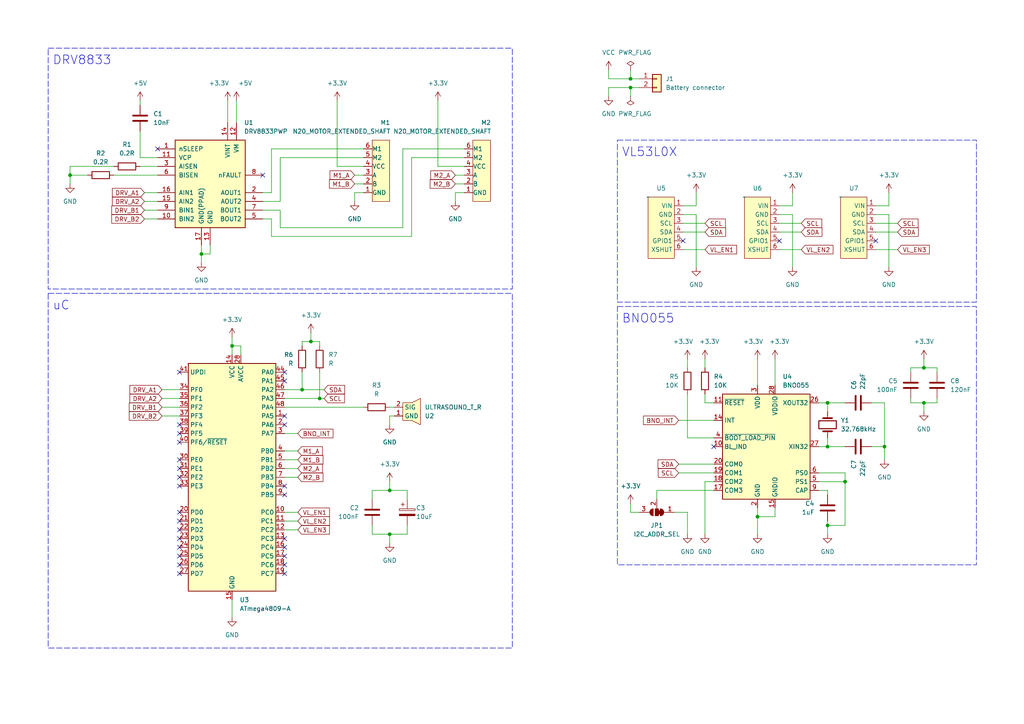
<source format=kicad_sch>
(kicad_sch (version 20230121) (generator eeschema)
  (paper "A4")
  (lib_symbols
    (symbol "Connector_Generic:Conn_01x02" (pin_names (offset 1.016) hide)
      (property "Reference" "J" (at 0 2.54 0))
      (property "Value" "Conn_01x02" (at 0 -5.08 0))
      (symbol "Conn_01x02_1_1"
        (rectangle (start -1.27 -2.413) (end 0 -2.667) (stroke (width 0.1524)))
        (rectangle (start -1.27 0.127) (end 0 -0.127) (stroke (width 0.1524)))
        (rectangle (start -1.27 1.27) (end 1.27 -3.81) (stroke (width 0.254)) (fill (type background)))
        (pin passive line (at -5.08 0 0) (length 3.81) (name "Pin_1") (number "1"))
        (pin passive line (at -5.08 -2.54 0) (length 3.81) (name "Pin_2") (number "2"))
      )
    )
    (symbol "Device:C" (pin_numbers hide) (pin_names (offset 0.254))
      (property "Reference" "C" (at 0.635 2.54 0))
      (property "Value" "C" (at 0.635 -2.54 0))
      (symbol "C_0_1"
        (polyline (pts (xy -2.032 -0.762) (xy 2.032 -0.762)) (stroke (width 0.508)))
        (polyline (pts (xy -2.032 0.762) (xy 2.032 0.762)) (stroke (width 0.508)))
      )
      (symbol "C_1_1"
        (pin passive line (at 0 3.81 270) (length 2.794) (name "~") (number "1"))
        (pin passive line (at 0 -3.81 90) (length 2.794) (name "~") (number "2"))
      )
    )
    (symbol "Device:C_Polarized" (pin_numbers hide) (pin_names (offset 0.254))
      (property "Reference" "C" (at 0.635 2.54 0))
      (property "Value" "C_Polarized" (at 0.635 -2.54 0))
      (symbol "C_Polarized_0_1"
        (rectangle (start -2.286 0.508) (end 2.286 1.016))
        (polyline (pts (xy -1.778 2.286) (xy -0.762 2.286)))
        (polyline (pts (xy -1.27 2.794) (xy -1.27 1.778)))
        (rectangle (start 2.286 -0.508) (end -2.286 -1.016) (fill (type outline)))
      )
      (symbol "C_Polarized_1_1"
        (pin passive line (at 0 3.81 270) (length 2.794) (name "~") (number "1"))
        (pin passive line (at 0 -3.81 90) (length 2.794) (name "~") (number "2"))
      )
    )
    (symbol "Device:Crystal" (pin_numbers hide) (pin_names (offset 1.016) hide)
      (property "Reference" "Y" (at 0 3.81 0))
      (property "Value" "Crystal" (at 0 -3.81 0))
      (symbol "Crystal_0_1"
        (rectangle (start -1.143 2.54) (end 1.143 -2.54) (stroke (width 0.3048)))
        (polyline (pts (xy -2.54 0) (xy -1.905 0)))
        (polyline (pts (xy -1.905 -1.27) (xy -1.905 1.27)) (stroke (width 0.508)))
        (polyline (pts (xy 1.905 -1.27) (xy 1.905 1.27)) (stroke (width 0.508)))
        (polyline (pts (xy 2.54 0) (xy 1.905 0)))
      )
      (symbol "Crystal_1_1"
        (pin passive line (at -3.81 0 0) (length 1.27) (name "1") (number "1"))
        (pin passive line (at 3.81 0 180) (length 1.27) (name "2") (number "2"))
      )
    )
    (symbol "Device:R" (pin_numbers hide) (pin_names (offset 0))
      (property "Reference" "R" (at 2.032 0 90))
      (property "Value" "R" (at 0 0 90))
      (symbol "R_0_1"
        (rectangle (start -1.016 -2.54) (end 1.016 2.54) (stroke (width 0.254)))
      )
      (symbol "R_1_1"
        (pin passive line (at 0 3.81 270) (length 1.27) (name "~") (number "1"))
        (pin passive line (at 0 -3.81 90) (length 1.27) (name "~") (number "2"))
      )
    )
    (symbol "Driver_Motor:DRV8833PWP" (pin_names (offset 1.016))
      (property "Reference" "U" (at -3.81 16.51 0))
      (property "Value" "DRV8833PWP" (at -3.81 13.97 0))
      (symbol "DRV8833PWP_0_1"
        (rectangle (start -10.16 12.7) (end 10.16 -12.7) (stroke (width 0.254)) (fill (type background)))
      )
      (symbol "DRV8833PWP_1_1"
        (pin input line (at -15.24 10.16 0) (length 5.08) (name "nSLEEP") (number "1"))
        (pin input line (at -15.24 -10.16 0) (length 5.08) (name "BIN2") (number "10"))
        (pin bidirectional line (at -15.24 7.62 0) (length 5.08) (name "VCP") (number "11"))
        (pin power_in line (at 7.62 17.78 270) (length 5.08) (name "VM") (number "12"))
        (pin power_in line (at 0 -17.78 90) (length 5.08) (name "GND") (number "13"))
        (pin power_in line (at 5.08 17.78 270) (length 5.08) (name "VINT") (number "14"))
        (pin input line (at -15.24 -5.08 0) (length 5.08) (name "AIN2") (number "15"))
        (pin input line (at -15.24 -2.54 0) (length 5.08) (name "AIN1") (number "16"))
        (pin power_in line (at -2.54 -17.78 90) (length 5.08) (name "GND(PPAD)") (number "17"))
        (pin power_out line (at 15.24 -2.54 180) (length 5.08) (name "AOUT1") (number "2"))
        (pin bidirectional line (at -15.24 5.08 0) (length 5.08) (name "AISEN") (number "3"))
        (pin power_out line (at 15.24 -5.08 180) (length 5.08) (name "AOUT2") (number "4"))
        (pin power_out line (at 15.24 -10.16 180) (length 5.08) (name "BOUT2") (number "5"))
        (pin bidirectional line (at -15.24 2.54 0) (length 5.08) (name "BISEN") (number "6"))
        (pin power_out line (at 15.24 -7.62 180) (length 5.08) (name "BOUT1") (number "7"))
        (pin open_collector line (at 15.24 2.54 180) (length 5.08) (name "nFAULT") (number "8"))
        (pin input line (at -15.24 -7.62 0) (length 5.08) (name "BIN1") (number "9"))
      )
    )
    (symbol "Jumper:SolderJumper_3_Bridged12" (pin_names (offset 0) hide)
      (property "Reference" "JP" (at -2.54 -2.54 0))
      (property "Value" "SolderJumper_3_Bridged12" (at 0 2.794 0))
      (symbol "SolderJumper_3_Bridged12_0_1"
        (rectangle (start -1.016 0.508) (end -0.508 -0.508) (fill (type outline)))
        (arc (start -1.016 1.016) (mid -2.0276 0) (end -1.016 -1.016))
        (arc (start -1.016 1.016) (mid -2.0276 0) (end -1.016 -1.016) (fill (type outline)))
        (rectangle (start -0.508 1.016) (end 0.508 -1.016) (fill (type outline)))
        (polyline (pts (xy -2.54 0) (xy -2.032 0)))
        (polyline (pts (xy -1.016 1.016) (xy -1.016 -1.016)))
        (polyline (pts (xy 0 -1.27) (xy 0 -1.016)))
        (polyline (pts (xy 1.016 1.016) (xy 1.016 -1.016)))
        (polyline (pts (xy 2.54 0) (xy 2.032 0)))
        (arc (start 1.016 -1.016) (mid 2.0276 0) (end 1.016 1.016))
        (arc (start 1.016 -1.016) (mid 2.0276 0) (end 1.016 1.016) (fill (type outline)))
      )
      (symbol "SolderJumper_3_Bridged12_1_1"
        (pin passive line (at -5.08 0 0) (length 2.54) (name "A") (number "1"))
        (pin passive line (at 0 -3.81 90) (length 2.54) (name "C") (number "2"))
        (pin passive line (at 5.08 0 180) (length 2.54) (name "B") (number "3"))
      )
    )
    (symbol "MCU_Microchip_ATmega:ATmega4809-A"
      (property "Reference" "U" (at -12.7 34.29 0))
      (property "Value" "ATmega4809-A" (at 2.54 -34.29 0))
      (symbol "ATmega4809-A_0_1"
        (rectangle (start -12.7 -33.02) (end 12.7 33.02) (stroke (width 0.254)) (fill (type background)))
      )
      (symbol "ATmega4809-A_1_1"
        (pin bidirectional line (at 15.24 17.78 180) (length 2.54) (name "PA5") (number "1"))
        (pin bidirectional line (at 15.24 -10.16 180) (length 2.54) (name "PC0") (number "10"))
        (pin bidirectional line (at 15.24 -12.7 180) (length 2.54) (name "PC1") (number "11"))
        (pin bidirectional line (at 15.24 -15.24 180) (length 2.54) (name "PC2") (number "12"))
        (pin bidirectional line (at 15.24 -17.78 180) (length 2.54) (name "PC3") (number "13"))
        (pin power_in line (at 0 35.56 270) (length 2.54) (name "VCC") (number "14"))
        (pin power_in line (at 0 -35.56 90) (length 2.54) (name "GND") (number "15"))
        (pin bidirectional line (at 15.24 -20.32 180) (length 2.54) (name "PC4") (number "16"))
        (pin bidirectional line (at 15.24 -22.86 180) (length 2.54) (name "PC5") (number "17"))
        (pin bidirectional line (at 15.24 -25.4 180) (length 2.54) (name "PC6") (number "18"))
        (pin bidirectional line (at 15.24 -27.94 180) (length 2.54) (name "PC7") (number "19"))
        (pin bidirectional line (at 15.24 15.24 180) (length 2.54) (name "PA6") (number "2"))
        (pin bidirectional line (at -15.24 -10.16 0) (length 2.54) (name "PD0") (number "20"))
        (pin bidirectional line (at -15.24 -12.7 0) (length 2.54) (name "PD1") (number "21"))
        (pin bidirectional line (at -15.24 -15.24 0) (length 2.54) (name "PD2") (number "22"))
        (pin bidirectional line (at -15.24 -17.78 0) (length 2.54) (name "PD3") (number "23"))
        (pin bidirectional line (at -15.24 -20.32 0) (length 2.54) (name "PD4") (number "24"))
        (pin bidirectional line (at -15.24 -22.86 0) (length 2.54) (name "PD5") (number "25"))
        (pin bidirectional line (at -15.24 -25.4 0) (length 2.54) (name "PD6") (number "26"))
        (pin bidirectional line (at -15.24 -27.94 0) (length 2.54) (name "PD7") (number "27"))
        (pin power_in line (at 2.54 35.56 270) (length 2.54) (name "AVCC") (number "28"))
        (pin passive line (at 0 -35.56 90) (length 2.54) hide (name "GND") (number "29"))
        (pin bidirectional line (at 15.24 12.7 180) (length 2.54) (name "PA7") (number "3"))
        (pin bidirectional line (at -15.24 5.08 0) (length 2.54) (name "PE0") (number "30"))
        (pin bidirectional line (at -15.24 2.54 0) (length 2.54) (name "PE1") (number "31"))
        (pin bidirectional line (at -15.24 0 0) (length 2.54) (name "PE2") (number "32"))
        (pin bidirectional line (at -15.24 -2.54 0) (length 2.54) (name "PE3") (number "33"))
        (pin bidirectional line (at -15.24 25.4 0) (length 2.54) (name "PF0") (number "34"))
        (pin bidirectional line (at -15.24 22.86 0) (length 2.54) (name "PF1") (number "35"))
        (pin bidirectional line (at -15.24 20.32 0) (length 2.54) (name "PF2") (number "36"))
        (pin bidirectional line (at -15.24 17.78 0) (length 2.54) (name "PF3") (number "37"))
        (pin bidirectional line (at -15.24 15.24 0) (length 2.54) (name "PF4") (number "38"))
        (pin bidirectional line (at -15.24 12.7 0) (length 2.54) (name "PF5") (number "39"))
        (pin bidirectional line (at 15.24 7.62 180) (length 2.54) (name "PB0") (number "4"))
        (pin bidirectional line (at -15.24 10.16 0) (length 2.54) (name "PF6/~{RESET}") (number "40"))
        (pin bidirectional line (at -15.24 30.48 0) (length 2.54) (name "UPDI") (number "41"))
        (pin passive line (at 0 35.56 270) (length 2.54) hide (name "VCC") (number "42"))
        (pin passive line (at 0 -35.56 90) (length 2.54) hide (name "GND") (number "43"))
        (pin bidirectional line (at 15.24 30.48 180) (length 2.54) (name "PA0") (number "44"))
        (pin bidirectional line (at 15.24 27.94 180) (length 2.54) (name "PA1") (number "45"))
        (pin bidirectional line (at 15.24 25.4 180) (length 2.54) (name "PA2") (number "46"))
        (pin bidirectional line (at 15.24 22.86 180) (length 2.54) (name "PA3") (number "47"))
        (pin bidirectional line (at 15.24 20.32 180) (length 2.54) (name "PA4") (number "48"))
        (pin bidirectional line (at 15.24 5.08 180) (length 2.54) (name "PB1") (number "5"))
        (pin bidirectional line (at 15.24 2.54 180) (length 2.54) (name "PB2") (number "6"))
        (pin bidirectional line (at 15.24 0 180) (length 2.54) (name "PB3") (number "7"))
        (pin bidirectional line (at 15.24 -2.54 180) (length 2.54) (name "PB4") (number "8"))
        (pin bidirectional line (at 15.24 -5.08 180) (length 2.54) (name "PB5") (number "9"))
      )
    )
    (symbol "Sensor_Motion:BNO055"
      (property "Reference" "U" (at -11.43 16.51 0))
      (property "Value" "BNO055" (at 12.7 16.51 0))
      (symbol "BNO055_0_1"
        (rectangle (start -12.7 15.24) (end 12.7 -15.24) (stroke (width 0.254)) (fill (type background)))
      )
      (symbol "BNO055_1_1"
        (pin no_connect line (at -12.7 10.16 0) (length 2.54) hide (name "PIN1") (number "1"))
        (pin output line (at -15.24 0 0) (length 2.54) (name "BL_IND") (number "10"))
        (pin input line (at -15.24 12.7 0) (length 2.54) (name "~{RESET}") (number "11"))
        (pin no_connect line (at 12.7 10.16 180) (length 2.54) hide (name "PIN12") (number "12"))
        (pin no_connect line (at 12.7 7.62 180) (length 2.54) hide (name "PIN13") (number "13"))
        (pin output line (at -15.24 7.62 0) (length 2.54) (name "INT") (number "14"))
        (pin power_in line (at 2.54 -17.78 90) (length 2.54) (name "GNDIO") (number "15"))
        (pin passive line (at 2.54 -17.78 90) (length 2.54) hide (name "GNDIO") (number "16"))
        (pin input line (at -15.24 -12.7 0) (length 2.54) (name "COM3") (number "17"))
        (pin passive line (at -15.24 -10.16 0) (length 2.54) (name "COM2") (number "18"))
        (pin bidirectional line (at -15.24 -7.62 0) (length 2.54) (name "COM1") (number "19"))
        (pin power_in line (at -2.54 -17.78 90) (length 2.54) (name "GND") (number "2"))
        (pin bidirectional line (at -15.24 -5.08 0) (length 2.54) (name "COM0") (number "20"))
        (pin no_connect line (at 12.7 5.08 180) (length 2.54) hide (name "PIN21") (number "21"))
        (pin no_connect line (at 12.7 2.54 180) (length 2.54) hide (name "PIN22") (number "22"))
        (pin no_connect line (at 12.7 -2.54 180) (length 2.54) hide (name "PIN23") (number "23"))
        (pin no_connect line (at 12.7 -5.08 180) (length 2.54) hide (name "PIN24") (number "24"))
        (pin passive line (at 2.54 -17.78 90) (length 2.54) hide (name "GNDIO") (number "25"))
        (pin output line (at 15.24 12.7 180) (length 2.54) (name "XOUT32") (number "26"))
        (pin input line (at 15.24 0 180) (length 2.54) (name "XIN32") (number "27"))
        (pin power_in line (at 2.54 17.78 270) (length 2.54) (name "VDDIO") (number "28"))
        (pin power_in line (at -2.54 17.78 270) (length 2.54) (name "VDD") (number "3"))
        (pin input line (at -15.24 2.54 0) (length 2.54) (name "~{BOOT_LOAD_PIN}") (number "4"))
        (pin input line (at 15.24 -10.16 180) (length 2.54) (name "PS1") (number "5"))
        (pin input line (at 15.24 -7.62 180) (length 2.54) (name "PS0") (number "6"))
        (pin no_connect line (at -12.7 5.08 0) (length 2.54) hide (name "PIN7") (number "7"))
        (pin no_connect line (at -12.7 -2.54 0) (length 2.54) hide (name "PIN8") (number "8"))
        (pin passive line (at 15.24 -12.7 180) (length 2.54) (name "CAP") (number "9"))
      )
    )
    (symbol "pololu:N20_MOTOR_EXTENDED_SHAFT" (pin_names (offset 0.002))
      (property "Reference" "M" (at 2.54 -19.05 0))
      (property "Value" "N20_MOTOR_EXTENDED_SHAFT" (at 13.97 1.27 0))
      (symbol "N20_MOTOR_EXTENDED_SHAFT_0_1"
        (rectangle (start 0 0) (end 5.08 -17.78) (fill (type background)))
      )
      (symbol "N20_MOTOR_EXTENDED_SHAFT_1_1"
        (pin power_in line (at 7.62 -15.24 180) (length 2.54) (name "GND") (number "1"))
        (pin output line (at 7.62 -12.7 180) (length 2.54) (name "B") (number "2"))
        (pin output line (at 7.62 -10.16 180) (length 2.54) (name "A") (number "3"))
        (pin power_in line (at 7.62 -7.62 180) (length 2.54) (name "VCC") (number "4"))
        (pin input line (at 7.62 -5.08 180) (length 2.54) (name "M2") (number "5"))
        (pin input line (at 7.62 -2.54 180) (length 2.54) (name "M1") (number "6"))
      )
    )
    (symbol "pololu:ULTRASOUND_T_R"
      (property "Reference" "U" (at 8.89 -3.81 0))
      (property "Value" "ULTRASOUND_T_R" (at 0 1.27 0))
      (symbol "ULTRASOUND_T_R_1_1"
        (polyline (pts (xy 2.54 -1.27) (xy 2.54 -6.35) (xy 5.08 -6.35) (xy 7.62 -7.62) (xy 7.62 0) (xy 5.08 -1.27) (xy 2.54 -1.27)) (fill (type background)))
        (pin power_in line (at 0 -2.54 0) (length 2.54) (name "GND") (number "1"))
        (pin input line (at 0 -5.08 0) (length 2.54) (name "SIG") (number "2"))
      )
    )
    (symbol "pololu:VL53L0X"
      (property "Reference" "U" (at 1.27 1.27 0))
      (symbol "VL53L0X_1_1"
        (rectangle (start 0 0) (end 7.62 -17.78) (fill (type background)))
        (pin power_in line (at 10.16 -2.54 180) (length 2.54) (name "VIN") (number "1"))
        (pin power_in line (at 10.16 -5.08 180) (length 2.54) (name "GND") (number "2"))
        (pin input line (at 10.16 -7.62 180) (length 2.54) (name "SCL") (number "3"))
        (pin bidirectional line (at 10.16 -10.16 180) (length 2.54) (name "SDA") (number "4"))
        (pin output line (at 10.16 -12.7 180) (length 2.54) (name "GPIO1") (number "5"))
        (pin input line (at 10.16 -15.24 180) (length 2.54) (name "XSHUT") (number "6"))
      )
    )
    (symbol "power:+3.3V" (power) (pin_names (offset 0))
      (property "Value" "+3.3V" (at 0 3.556 0))
      (symbol "+3.3V_0_1"
        (polyline (pts (xy -0.762 1.27) (xy 0 2.54)))
        (polyline (pts (xy 0 0) (xy 0 2.54)))
        (polyline (pts (xy 0 2.54) (xy 0.762 1.27)))
      )
      (symbol "+3.3V_1_1"
        (pin power_in line (at 0 0 90) (length 0) hide (name "+3.3V") (number "1"))
      )
    )
    (symbol "power:+5V" (power) (pin_names (offset 0))
      (property "Value" "+5V" (at 0 3.556 0))
      (symbol "+5V_0_1"
        (polyline (pts (xy -0.762 1.27) (xy 0 2.54)))
        (polyline (pts (xy 0 0) (xy 0 2.54)))
        (polyline (pts (xy 0 2.54) (xy 0.762 1.27)))
      )
      (symbol "+5V_1_1"
        (pin power_in line (at 0 0 90) (length 0) hide (name "+5V") (number "1"))
      )
    )
    (symbol "power:GND" (power) (pin_names (offset 0))
      (property "Value" "GND" (at 0 -3.81 0))
      (symbol "GND_0_1"
        (polyline (pts (xy 0 0) (xy 0 -1.27) (xy 1.27 -1.27) (xy 0 -2.54) (xy -1.27 -1.27) (xy 0 -1.27)))
      )
      (symbol "GND_1_1"
        (pin power_in line (at 0 0 270) (length 0) hide (name "GND") (number "1"))
      )
    )
    (symbol "power:PWR_FLAG" (power) (pin_numbers hide) (pin_names (offset 0) hide)
      (property "Value" "PWR_FLAG" (at 0 3.81 0))
      (symbol "PWR_FLAG_0_0"
        (pin power_out line (at 0 0 90) (length 0) (name "pwr") (number "1"))
      )
      (symbol "PWR_FLAG_0_1"
        (polyline (pts (xy 0 0) (xy 0 1.27) (xy -1.016 1.905) (xy 0 2.54) (xy 1.016 1.905) (xy 0 1.27)))
      )
    )
    (symbol "power:VCC" (power) (pin_names (offset 0))
      (property "Value" "VCC" (at 0 3.81 0))
      (symbol "VCC_0_1"
        (polyline (pts (xy -0.762 1.27) (xy 0 2.54)))
        (polyline (pts (xy 0 0) (xy 0 2.54)))
        (polyline (pts (xy 0 2.54) (xy 0.762 1.27)))
      )
      (symbol "VCC_1_1"
        (pin power_in line (at 0 0 90) (length 0) hide (name "VCC") (number "1"))
      )
    )
  )
  (junction (at 267.97 116.84))
  (junction (at 245.11 139.7))
  (junction (at 182.88 25.4))
  (junction (at 219.71 149.86))
  (junction (at 90.17 99.06))
  (junction (at 240.03 152.4))
  (junction (at 58.42 73.66))
  (junction (at 113.03 154.94))
  (junction (at 113.03 142.24))
  (junction (at 87.63 113.03))
  (junction (at 182.88 22.86))
  (junction (at 92.71 115.57))
  (junction (at 240.03 129.54))
  (junction (at 67.31 100.33))
  (junction (at 267.97 106.68))
  (junction (at 20.32 50.8))
  (junction (at 240.03 116.84))
  (junction (at 256.54 129.54))
  (no_connect (at 226.06 69.85))
  (no_connect (at 82.55 140.97))
  (no_connect (at 52.07 128.27))
  (no_connect (at 52.07 135.89))
  (no_connect (at 76.2 50.8))
  (no_connect (at 52.07 125.73))
  (no_connect (at 52.07 153.67))
  (no_connect (at 52.07 163.83))
  (no_connect (at 52.07 151.13))
  (no_connect (at 207.01 129.54))
  (no_connect (at 52.07 161.29))
  (no_connect (at 198.12 69.85))
  (no_connect (at 82.55 156.21))
  (no_connect (at 52.07 138.43))
  (no_connect (at 82.55 143.51))
  (no_connect (at 52.07 158.75))
  (no_connect (at 52.07 107.95))
  (no_connect (at 52.07 148.59))
  (no_connect (at 82.55 161.29))
  (no_connect (at 82.55 120.65))
  (no_connect (at 52.07 123.19))
  (no_connect (at 52.07 133.35))
  (no_connect (at 254 69.85))
  (no_connect (at 82.55 166.37))
  (no_connect (at 82.55 123.19))
  (no_connect (at 45.72 43.18))
  (no_connect (at 52.07 166.37))
  (no_connect (at 52.07 156.21))
  (no_connect (at 82.55 107.95))
  (no_connect (at 82.55 158.75))
  (no_connect (at 82.55 110.49))
  (no_connect (at 52.07 140.97))
  (no_connect (at 82.55 163.83))
  (wire (pts (xy 254 64.77) (xy 260.35 64.77)))
  (wire (pts (xy 82.55 153.67) (xy 86.36 153.67)))
  (wire (pts (xy 76.2 63.5) (xy 78.74 63.5)))
  (wire (pts (xy 60.96 71.12) (xy 60.96 73.66)))
  (wire (pts (xy 207.01 142.24) (xy 190.5 142.24)))
  (wire (pts (xy 245.11 137.16) (xy 245.11 139.7)))
  (wire (pts (xy 264.16 106.68) (xy 264.16 107.95)))
  (wire (pts (xy 176.53 20.32) (xy 176.53 22.86)))
  (wire (pts (xy 267.97 106.68) (xy 264.16 106.68)))
  (wire (pts (xy 198.12 67.31) (xy 204.47 67.31)))
  (wire (pts (xy 105.41 55.88) (xy 102.87 55.88)))
  (wire (pts (xy 132.08 58.42) (xy 132.08 55.88)))
  (wire (pts (xy 264.16 116.84) (xy 264.16 115.57)))
  (wire (pts (xy 92.71 115.57) (xy 93.98 115.57)))
  (wire (pts (xy 33.02 48.26) (xy 20.32 48.26)))
  (wire (pts (xy 81.28 58.42) (xy 81.28 45.72)))
  (wire (pts (xy 199.39 127) (xy 199.39 114.3)))
  (wire (pts (xy 176.53 22.86) (xy 182.88 22.86)))
  (wire (pts (xy 82.55 125.73) (xy 86.36 125.73)))
  (wire (pts (xy 118.11 152.4) (xy 118.11 154.94)))
  (wire (pts (xy 134.62 48.26) (xy 127 48.26)))
  (wire (pts (xy 219.71 149.86) (xy 219.71 154.94)))
  (wire (pts (xy 67.31 100.33) (xy 69.85 100.33)))
  (wire (pts (xy 116.84 66.04) (xy 116.84 43.18)))
  (wire (pts (xy 113.03 120.65) (xy 114.3 120.65)))
  (wire (pts (xy 92.71 107.95) (xy 92.71 115.57)))
  (wire (pts (xy 190.5 142.24) (xy 190.5 144.78)))
  (wire (pts (xy 46.99 115.57) (xy 52.07 115.57)))
  (wire (pts (xy 201.93 59.69) (xy 201.93 55.88)))
  (wire (pts (xy 224.79 104.14) (xy 224.79 111.76)))
  (wire (pts (xy 134.62 55.88) (xy 132.08 55.88)))
  (wire (pts (xy 267.97 116.84) (xy 267.97 119.38)))
  (wire (pts (xy 119.38 45.72) (xy 134.62 45.72)))
  (wire (pts (xy 66.04 29.21) (xy 66.04 35.56)))
  (wire (pts (xy 20.32 50.8) (xy 20.32 53.34)))
  (wire (pts (xy 229.87 62.23) (xy 229.87 77.47)))
  (wire (pts (xy 204.47 104.14) (xy 204.47 106.68)))
  (wire (pts (xy 207.01 127) (xy 199.39 127)))
  (wire (pts (xy 224.79 147.32) (xy 224.79 149.86)))
  (wire (pts (xy 237.49 139.7) (xy 245.11 139.7)))
  (wire (pts (xy 252.73 116.84) (xy 256.54 116.84)))
  (wire (pts (xy 107.95 142.24) (xy 113.03 142.24)))
  (wire (pts (xy 132.08 53.34) (xy 134.62 53.34)))
  (wire (pts (xy 196.85 121.92) (xy 207.01 121.92)))
  (wire (pts (xy 267.97 106.68) (xy 271.78 106.68)))
  (wire (pts (xy 81.28 45.72) (xy 105.41 45.72)))
  (wire (pts (xy 87.63 113.03) (xy 93.98 113.03)))
  (wire (pts (xy 182.88 22.86) (xy 185.42 22.86)))
  (wire (pts (xy 198.12 59.69) (xy 201.93 59.69)))
  (wire (pts (xy 196.85 134.62) (xy 207.01 134.62)))
  (wire (pts (xy 67.31 173.99) (xy 67.31 179.07)))
  (wire (pts (xy 67.31 97.79) (xy 67.31 100.33)))
  (wire (pts (xy 198.12 64.77) (xy 204.47 64.77)))
  (wire (pts (xy 41.91 60.96) (xy 45.72 60.96)))
  (wire (pts (xy 58.42 73.66) (xy 60.96 73.66)))
  (wire (pts (xy 97.79 29.21) (xy 97.79 48.26)))
  (wire (pts (xy 87.63 99.06) (xy 87.63 100.33)))
  (wire (pts (xy 118.11 142.24) (xy 113.03 142.24)))
  (wire (pts (xy 226.06 72.39) (xy 232.41 72.39)))
  (wire (pts (xy 87.63 107.95) (xy 87.63 113.03)))
  (wire (pts (xy 78.74 63.5) (xy 78.74 68.58)))
  (wire (pts (xy 219.71 104.14) (xy 219.71 111.76)))
  (wire (pts (xy 118.11 144.78) (xy 118.11 142.24)))
  (wire (pts (xy 199.39 148.59) (xy 199.39 154.94)))
  (wire (pts (xy 182.88 25.4) (xy 185.42 25.4)))
  (wire (pts (xy 81.28 58.42) (xy 76.2 58.42)))
  (wire (pts (xy 182.88 25.4) (xy 182.88 27.94)))
  (wire (pts (xy 58.42 73.66) (xy 58.42 76.2)))
  (wire (pts (xy 240.03 152.4) (xy 240.03 154.94)))
  (wire (pts (xy 256.54 129.54) (xy 252.73 129.54)))
  (wire (pts (xy 33.02 50.8) (xy 45.72 50.8)))
  (wire (pts (xy 207.01 139.7) (xy 204.47 139.7)))
  (wire (pts (xy 204.47 139.7) (xy 204.47 154.94)))
  (wire (pts (xy 267.97 116.84) (xy 264.16 116.84)))
  (wire (pts (xy 102.87 58.42) (xy 102.87 55.88)))
  (wire (pts (xy 271.78 107.95) (xy 271.78 106.68)))
  (wire (pts (xy 113.03 123.19) (xy 113.03 120.65)))
  (wire (pts (xy 82.55 138.43) (xy 86.36 138.43)))
  (wire (pts (xy 82.55 133.35) (xy 86.36 133.35)))
  (wire (pts (xy 92.71 100.33) (xy 92.71 99.06)))
  (wire (pts (xy 113.03 154.94) (xy 113.03 157.48)))
  (wire (pts (xy 78.74 68.58) (xy 119.38 68.58)))
  (wire (pts (xy 176.53 25.4) (xy 176.53 27.94)))
  (wire (pts (xy 107.95 152.4) (xy 107.95 154.94)))
  (wire (pts (xy 257.81 62.23) (xy 257.81 77.47)))
  (wire (pts (xy 240.03 116.84) (xy 240.03 119.38)))
  (wire (pts (xy 254 72.39) (xy 260.35 72.39)))
  (wire (pts (xy 245.11 152.4) (xy 240.03 152.4)))
  (wire (pts (xy 41.91 55.88) (xy 45.72 55.88)))
  (wire (pts (xy 40.64 45.72) (xy 45.72 45.72)))
  (wire (pts (xy 199.39 104.14) (xy 199.39 106.68)))
  (wire (pts (xy 226.06 62.23) (xy 229.87 62.23)))
  (wire (pts (xy 20.32 48.26) (xy 20.32 50.8)))
  (wire (pts (xy 82.55 130.81) (xy 86.36 130.81)))
  (wire (pts (xy 81.28 60.96) (xy 81.28 66.04)))
  (wire (pts (xy 102.87 50.8) (xy 105.41 50.8)))
  (wire (pts (xy 196.85 137.16) (xy 207.01 137.16)))
  (wire (pts (xy 237.49 142.24) (xy 240.03 142.24)))
  (wire (pts (xy 240.03 116.84) (xy 245.11 116.84)))
  (wire (pts (xy 107.95 154.94) (xy 113.03 154.94)))
  (wire (pts (xy 41.91 58.42) (xy 45.72 58.42)))
  (wire (pts (xy 240.03 129.54) (xy 245.11 129.54)))
  (wire (pts (xy 240.03 151.13) (xy 240.03 152.4)))
  (wire (pts (xy 102.87 53.34) (xy 105.41 53.34)))
  (wire (pts (xy 182.88 20.32) (xy 182.88 22.86)))
  (wire (pts (xy 195.58 148.59) (xy 199.39 148.59)))
  (wire (pts (xy 68.58 29.21) (xy 68.58 35.56)))
  (wire (pts (xy 90.17 99.06) (xy 92.71 99.06)))
  (wire (pts (xy 257.81 59.69) (xy 257.81 55.88)))
  (wire (pts (xy 90.17 99.06) (xy 87.63 99.06)))
  (wire (pts (xy 182.88 148.59) (xy 182.88 146.05)))
  (wire (pts (xy 41.91 63.5) (xy 45.72 63.5)))
  (wire (pts (xy 107.95 144.78) (xy 107.95 142.24)))
  (wire (pts (xy 198.12 62.23) (xy 201.93 62.23)))
  (wire (pts (xy 237.49 129.54) (xy 240.03 129.54)))
  (wire (pts (xy 78.74 43.18) (xy 78.74 55.88)))
  (wire (pts (xy 267.97 104.14) (xy 267.97 106.68)))
  (wire (pts (xy 219.71 147.32) (xy 219.71 149.86)))
  (wire (pts (xy 182.88 148.59) (xy 185.42 148.59)))
  (wire (pts (xy 256.54 116.84) (xy 256.54 129.54)))
  (wire (pts (xy 254 62.23) (xy 257.81 62.23)))
  (wire (pts (xy 82.55 148.59) (xy 86.36 148.59)))
  (wire (pts (xy 176.53 25.4) (xy 182.88 25.4)))
  (wire (pts (xy 254 59.69) (xy 257.81 59.69)))
  (wire (pts (xy 40.64 38.1) (xy 40.64 45.72)))
  (wire (pts (xy 226.06 59.69) (xy 229.87 59.69)))
  (wire (pts (xy 76.2 60.96) (xy 81.28 60.96)))
  (wire (pts (xy 198.12 72.39) (xy 204.47 72.39)))
  (wire (pts (xy 105.41 48.26) (xy 97.79 48.26)))
  (wire (pts (xy 201.93 62.23) (xy 201.93 77.47)))
  (wire (pts (xy 67.31 100.33) (xy 67.31 102.87)))
  (wire (pts (xy 204.47 114.3) (xy 204.47 116.84)))
  (wire (pts (xy 20.32 50.8) (xy 25.4 50.8)))
  (wire (pts (xy 240.03 142.24) (xy 240.03 143.51)))
  (wire (pts (xy 267.97 116.84) (xy 271.78 116.84)))
  (wire (pts (xy 46.99 118.11) (xy 52.07 118.11)))
  (wire (pts (xy 224.79 149.86) (xy 219.71 149.86)))
  (wire (pts (xy 82.55 115.57) (xy 92.71 115.57)))
  (wire (pts (xy 237.49 137.16) (xy 245.11 137.16)))
  (wire (pts (xy 254 67.31) (xy 260.35 67.31)))
  (wire (pts (xy 81.28 66.04) (xy 116.84 66.04)))
  (wire (pts (xy 204.47 116.84) (xy 207.01 116.84)))
  (wire (pts (xy 226.06 64.77) (xy 232.41 64.77)))
  (wire (pts (xy 40.64 48.26) (xy 45.72 48.26)))
  (wire (pts (xy 40.64 29.21) (xy 40.64 30.48)))
  (wire (pts (xy 118.11 154.94) (xy 113.03 154.94)))
  (wire (pts (xy 82.55 113.03) (xy 87.63 113.03)))
  (wire (pts (xy 229.87 59.69) (xy 229.87 55.88)))
  (wire (pts (xy 132.08 50.8) (xy 134.62 50.8)))
  (wire (pts (xy 90.17 96.52) (xy 90.17 99.06)))
  (wire (pts (xy 256.54 129.54) (xy 256.54 133.35)))
  (wire (pts (xy 116.84 43.18) (xy 134.62 43.18)))
  (wire (pts (xy 46.99 120.65) (xy 52.07 120.65)))
  (wire (pts (xy 46.99 113.03) (xy 52.07 113.03)))
  (wire (pts (xy 78.74 55.88) (xy 76.2 55.88)))
  (wire (pts (xy 58.42 71.12) (xy 58.42 73.66)))
  (wire (pts (xy 237.49 116.84) (xy 240.03 116.84)))
  (wire (pts (xy 245.11 139.7) (xy 245.11 152.4)))
  (wire (pts (xy 78.74 43.18) (xy 105.41 43.18)))
  (wire (pts (xy 113.03 118.11) (xy 114.3 118.11)))
  (wire (pts (xy 69.85 102.87) (xy 69.85 100.33)))
  (wire (pts (xy 226.06 67.31) (xy 232.41 67.31)))
  (wire (pts (xy 82.55 135.89) (xy 86.36 135.89)))
  (wire (pts (xy 82.55 151.13) (xy 86.36 151.13)))
  (wire (pts (xy 271.78 115.57) (xy 271.78 116.84)))
  (wire (pts (xy 119.38 68.58) (xy 119.38 45.72)))
  (wire (pts (xy 240.03 129.54) (xy 240.03 127)))
  (wire (pts (xy 127 29.21) (xy 127 48.26)))
  (wire (pts (xy 113.03 142.24) (xy 113.03 139.7)))
  (wire (pts (xy 82.55 118.11) (xy 105.41 118.11)))
  (rectangle (start 13.97 85.09) (end 148.59 187.96) (stroke (width 0) (type dash)))
  (rectangle (start 179.07 88.9) (end 283.21 163.83) (stroke (width 0) (type dash)))
  (rectangle (start 13.97 13.97) (end 148.59 83.82) (stroke (width 0) (type dash)))
  (rectangle (start 179.07 40.64) (end 283.21 87.63) (stroke (width 0) (type dash)))
  (text "DRV8833" (at 15.24 19.05 0) (effects (font (size 2.54 2.54)) (justify left bottom)))
  (text "VL53L0X" (at 180.34 45.72 0) (effects (font (size 2.54 2.54)) (justify left bottom)))
  (text "BNO055" (at 180.34 93.98 0) (effects (font (size 2.54 2.54)) (justify left bottom)))
  (text "uC" (at 15.24 90.17 0) (effects (font (size 2.54 2.54)) (justify left bottom)))
  (global_label "DRV_A2" (shape input) (at 46.99 115.57 180) (property "Intersheetrefs" "${INTERSHEET_REFS}" (effects hide)))
  (global_label "DRV_B1" (shape input) (at 41.91 60.96 180) (property "Intersheetrefs" "${INTERSHEET_REFS}" (effects hide)))
  (global_label "DRV_B2" (shape input) (at 46.99 120.65 180) (property "Intersheetrefs" "${INTERSHEET_REFS}" (effects hide)))
  (global_label "VL_EN3" (shape input) (at 86.36 153.67 0) (property "Intersheetrefs" "${INTERSHEET_REFS}" (effects hide)))
  (global_label "M1_B" (shape input) (at 102.87 53.34 180) (property "Intersheetrefs" "${INTERSHEET_REFS}" (effects hide)))
  (global_label "SCL" (shape input) (at 196.85 137.16 180) (property "Intersheetrefs" "${INTERSHEET_REFS}" (effects hide)))
  (global_label "VL_EN2" (shape input) (at 86.36 151.13 0) (property "Intersheetrefs" "${INTERSHEET_REFS}" (effects hide)))
  (global_label "M2_A" (shape input) (at 86.36 135.89 0) (property "Intersheetrefs" "${INTERSHEET_REFS}" (effects hide)))
  (global_label "M2_B" (shape input) (at 86.36 138.43 0) (property "Intersheetrefs" "${INTERSHEET_REFS}" (effects hide)))
  (global_label "SCL" (shape input) (at 93.98 115.57 0) (property "Intersheetrefs" "${INTERSHEET_REFS}" (effects hide)))
  (global_label "M2_B" (shape input) (at 132.08 53.34 180) (property "Intersheetrefs" "${INTERSHEET_REFS}" (effects hide)))
  (global_label "VL_EN3" (shape input) (at 260.35 72.39 0) (property "Intersheetrefs" "${INTERSHEET_REFS}" (effects hide)))
  (global_label "VL_EN1" (shape input) (at 86.36 148.59 0) (property "Intersheetrefs" "${INTERSHEET_REFS}" (effects hide)))
  (global_label "SDA" (shape input) (at 204.47 67.31 0) (property "Intersheetrefs" "${INTERSHEET_REFS}" (effects hide)))
  (global_label "SDA" (shape input) (at 93.98 113.03 0) (property "Intersheetrefs" "${INTERSHEET_REFS}" (effects hide)))
  (global_label "M1_B" (shape input) (at 86.36 133.35 0) (property "Intersheetrefs" "${INTERSHEET_REFS}" (effects hide)))
  (global_label "SCL" (shape input) (at 260.35 64.77 0) (property "Intersheetrefs" "${INTERSHEET_REFS}" (effects hide)))
  (global_label "BNO_INT" (shape input) (at 196.85 121.92 180) (property "Intersheetrefs" "${INTERSHEET_REFS}" (effects hide)))
  (global_label "VL_EN2" (shape input) (at 232.41 72.39 0) (property "Intersheetrefs" "${INTERSHEET_REFS}" (effects hide)))
  (global_label "M1_A" (shape input) (at 102.87 50.8 180) (property "Intersheetrefs" "${INTERSHEET_REFS}" (effects hide)))
  (global_label "DRV_B1" (shape input) (at 46.99 118.11 180) (property "Intersheetrefs" "${INTERSHEET_REFS}" (effects hide)))
  (global_label "DRV_A1" (shape input) (at 41.91 55.88 180) (property "Intersheetrefs" "${INTERSHEET_REFS}" (effects hide)))
  (global_label "M2_A" (shape input) (at 132.08 50.8 180) (property "Intersheetrefs" "${INTERSHEET_REFS}" (effects hide)))
  (global_label "DRV_A2" (shape input) (at 41.91 58.42 180) (property "Intersheetrefs" "${INTERSHEET_REFS}" (effects hide)))
  (global_label "SCL" (shape input) (at 204.47 64.77 0) (property "Intersheetrefs" "${INTERSHEET_REFS}" (effects hide)))
  (global_label "SDA" (shape input) (at 232.41 67.31 0) (property "Intersheetrefs" "${INTERSHEET_REFS}" (effects hide)))
  (global_label "VL_EN1" (shape input) (at 204.47 72.39 0) (property "Intersheetrefs" "${INTERSHEET_REFS}" (effects hide)))
  (global_label "SDA" (shape input) (at 196.85 134.62 180) (property "Intersheetrefs" "${INTERSHEET_REFS}" (effects hide)))
  (global_label "SDA" (shape input) (at 260.35 67.31 0) (property "Intersheetrefs" "${INTERSHEET_REFS}" (effects hide)))
  (global_label "SCL" (shape input) (at 232.41 64.77 0) (property "Intersheetrefs" "${INTERSHEET_REFS}" (effects hide)))
  (global_label "M1_A" (shape input) (at 86.36 130.81 0) (property "Intersheetrefs" "${INTERSHEET_REFS}" (effects hide)))
  (global_label "DRV_A1" (shape input) (at 46.99 113.03 180) (property "Intersheetrefs" "${INTERSHEET_REFS}" (effects hide)))
  (global_label "BNO_INT" (shape input) (at 86.36 125.73 0) (property "Intersheetrefs" "${INTERSHEET_REFS}" (effects hide)))
  (global_label "DRV_B2" (shape input) (at 41.91 63.5 180) (property "Intersheetrefs" "${INTERSHEET_REFS}" (effects hide)))
  (symbol (lib_id "power:+3.3V") (at 113.03 139.7 0) (unit 1)
    (property "Reference" "#PWR023" (effects hide))
    (property "Value" "+3.3V" (at 113.03 134.62 0))
  )
  (symbol (lib_id "power:+3.3V") (at 199.39 104.14 0) (unit 1)
    (property "Reference" "#PWR013" (effects hide))
    (property "Value" "+3.3V" (at 198.12 99.06 0))
  )
  (symbol (lib_id "Device:C") (at 248.92 129.54 90) (mirror x) (unit 1)
    (property "Reference" "C7" (at 247.65 133.35 0) (effects (justify left)))
    (property "Value" "22pF" (at 250.19 133.35 0) (effects (justify left)))
    (property "Footprint" "Capacitor_SMD:C_0805_2012Metric" (effects hide))
  )
  (symbol (lib_id "power:GND") (at 67.31 179.07 0) (mirror y) (unit 1)
    (property "Reference" "#PWR07" (effects hide))
    (property "Value" "GND" (at 67.31 184.15 0))
  )
  (symbol (lib_id "power:GND") (at 199.39 154.94 0) (mirror y) (unit 1)
    (property "Reference" "#PWR017" (effects hide))
    (property "Value" "GND" (at 199.39 160.02 0))
  )
  (symbol (lib_id "power:+3.3V") (at 90.17 96.52 0) (unit 1)
    (property "Reference" "#PWR010" (effects hide))
    (property "Value" "+3.3V" (at 90.17 91.44 0))
  )
  (symbol (lib_id "Device:C") (at 271.78 111.76 0) (unit 1)
    (property "Reference" "C8" (at 275.59 110.49 0) (effects (justify left)))
    (property "Value" "120nF" (at 275.59 113.03 0) (effects (justify left)))
    (property "Footprint" "Capacitor_SMD:C_0805_2012Metric" (effects hide))
  )
  (symbol (lib_id "Connector_Generic:Conn_01x02") (at 190.5 22.86 0) (unit 1)
    (property "Reference" "J1" (at 193.04 22.86 0) (effects (justify left)))
    (property "Value" "Battery connector" (at 193.04 25.4 0) (effects (justify left)))
    (property "Footprint" "Connector_JST:JST_XH_B2B-XH-AM_1x02_P2.50mm_Vertical" (effects hide))
  )
  (symbol (lib_id "power:+3.3V") (at 229.87 55.88 0) (unit 1)
    (property "Reference" "#PWR026" (effects hide))
    (property "Value" "+3.3V" (at 229.87 50.8 0))
  )
  (symbol (lib_id "Device:R") (at 204.47 110.49 180) (unit 1)
    (property "Reference" "R4" (at 207.01 109.22 0) (effects (justify right)))
    (property "Value" "10K" (at 207.01 111.76 0) (effects (justify right)))
    (property "Footprint" "Resistor_SMD:R_0805_2012Metric" (effects hide))
  )
  (symbol (lib_id "Driver_Motor:DRV8833PWP") (at 60.96 53.34 0) (unit 1)
    (property "Reference" "U1" (at 70.7741 35.56 0) (effects (justify left)))
    (property "Value" "DRV8833PWP" (at 70.7741 38.1 0) (effects (justify left)))
    (property "Footprint" "Package_SO:HTSSOP-16-1EP_4.4x5mm_P0.65mm_EP3.4x5mm_Mask2.46x2.31mm_ThermalVias" (effects hide))
    (property "Datasheet" "http://www.ti.com/lit/ds/symlink/drv8833.pdf" (effects hide))
  )
  (symbol (lib_id "power:GND") (at 256.54 133.35 0) (mirror y) (unit 1)
    (property "Reference" "#PWR022" (effects hide))
    (property "Value" "GND" (at 256.54 138.43 0))
  )
  (symbol (lib_id "power:+3.3V") (at 127 29.21 0) (unit 1)
    (property "Reference" "#PWR02" (effects hide))
    (property "Value" "+3.3V" (at 127 24.13 0))
  )
  (symbol (lib_id "power:GND") (at 132.08 58.42 0) (mirror y) (unit 1)
    (property "Reference" "#PWR01" (effects hide))
    (property "Value" "GND" (at 132.08 63.5 0))
  )
  (symbol (lib_id "power:+3.3V") (at 224.79 104.14 0) (unit 1)
    (property "Reference" "#PWR018" (effects hide))
    (property "Value" "+3.3V" (at 226.06 99.06 0))
  )
  (symbol (lib_id "power:GND") (at 20.32 53.34 0) (mirror y) (unit 1)
    (property "Reference" "#PWR06" (effects hide))
    (property "Value" "GND" (at 20.32 58.42 0))
  )
  (symbol (lib_id "power:GND") (at 257.81 77.47 0) (mirror y) (unit 1)
    (property "Reference" "#PWR030" (effects hide))
    (property "Value" "GND" (at 257.81 82.55 0))
  )
  (symbol (lib_id "power:GND") (at 201.93 77.47 0) (mirror y) (unit 1)
    (property "Reference" "#PWR028" (effects hide))
    (property "Value" "GND" (at 201.93 82.55 0))
  )
  (symbol (lib_id "Device:C") (at 240.03 147.32 0) (mirror y) (unit 1)
    (property "Reference" "C4" (at 236.22 146.05 0) (effects (justify left)))
    (property "Value" "1uF" (at 236.22 148.59 0) (effects (justify left)))
    (property "Footprint" "Capacitor_SMD:C_0805_2012Metric" (effects hide))
  )
  (symbol (lib_id "Device:R") (at 36.83 48.26 90) (unit 1)
    (property "Reference" "R1" (at 36.83 41.91 90))
    (property "Value" "0.2R" (at 36.83 44.45 90))
    (property "Footprint" "Resistor_SMD:R_0805_2012Metric" (effects hide))
  )
  (symbol (lib_id "power:+5V") (at 40.64 29.21 0) (unit 1)
    (property "Reference" "#PWR05" (effects hide))
    (property "Value" "+5V" (at 40.64 24.13 0))
  )
  (symbol (lib_id "Device:Crystal") (at 240.03 123.19 90) (unit 1)
    (property "Reference" "Y1" (at 243.84 121.92 90) (effects (justify right)))
    (property "Value" "32.768kHz" (at 243.84 124.46 90) (effects (justify right)))
    (property "Footprint" "Crystal:Crystal_SMD_MicroCrystal_CM9V-T1A-2Pin_1.6x1.0mm" (effects hide))
  )
  (symbol (lib_id "pololu:ULTRASOUND_T_R") (at 114.3 123.19 0) (mirror x) (unit 1)
    (property "Reference" "U2" (at 123.19 120.65 0) (effects (justify left)))
    (property "Value" "ULTRASOUND_T_R" (at 123.19 118.11 0) (effects (justify left)))
    (property "Footprint" "pololu:ULTRASOUND_T_R" (effects hide))
  )
  (symbol (lib_id "Device:C") (at 40.64 34.29 0) (unit 1)
    (property "Reference" "C1" (at 44.45 33.02 0) (effects (justify left)))
    (property "Value" "10nF" (at 44.45 35.56 0) (effects (justify left)))
    (property "Footprint" "Capacitor_SMD:C_0805_2012Metric" (effects hide))
  )
  (symbol (lib_id "power:VCC") (at 176.53 20.32 0) (unit 1)
    (property "Reference" "#PWR034" (effects hide))
    (property "Value" "VCC" (at 176.53 15.24 0))
  )
  (symbol (lib_id "power:+3.3V") (at 97.79 29.21 0) (unit 1)
    (property "Reference" "#PWR032" (effects hide))
    (property "Value" "+3.3V" (at 97.79 24.13 0))
  )
  (symbol (lib_id "power:GND") (at 240.03 154.94 0) (mirror y) (unit 1)
    (property "Reference" "#PWR012" (effects hide))
    (property "Value" "GND" (at 240.03 160.02 0))
  )
  (symbol (lib_id "Device:R") (at 199.39 110.49 0) (mirror x) (unit 1)
    (property "Reference" "R5" (at 196.85 109.22 0) (effects (justify right)))
    (property "Value" "10K" (at 196.85 111.76 0) (effects (justify right)))
    (property "Footprint" "Resistor_SMD:R_0805_2012Metric" (effects hide))
  )
  (symbol (lib_id "power:GND") (at 267.97 119.38 0) (mirror y) (unit 1)
    (property "Reference" "#PWR021" (effects hide))
    (property "Value" "GND" (at 267.97 124.46 0))
  )
  (symbol (lib_id "power:GND") (at 113.03 157.48 0) (mirror y) (unit 1)
    (property "Reference" "#PWR011" (effects hide))
    (property "Value" "GND" (at 113.03 162.56 0))
  )
  (symbol (lib_id "power:PWR_FLAG") (at 182.88 20.32 0) (unit 1)
    (property "Reference" "#FLG01" (effects hide))
    (property "Value" "PWR_FLAG" (at 184.15 15.24 0))
  )
  (symbol (lib_id "Device:R") (at 29.21 50.8 90) (unit 1)
    (property "Reference" "R2" (at 29.21 44.45 90))
    (property "Value" "0.2R" (at 29.21 46.99 90))
    (property "Footprint" "Resistor_SMD:R_0805_2012Metric" (effects hide))
  )
  (symbol (lib_id "MCU_Microchip_ATmega:ATmega4809-A") (at 67.31 138.43 0) (unit 1)
    (property "Reference" "U3" (at 69.5041 173.99 0) (effects (justify left)))
    (property "Value" "ATmega4809-A" (at 69.5041 176.53 0) (effects (justify left)))
    (property "Footprint" "Package_QFP:TQFP-48_7x7mm_P0.5mm" (effects hide))
    (property "Datasheet" "http://ww1.microchip.com/downloads/en/DeviceDoc/40002016A.pdf" (effects hide))
  )
  (symbol (lib_id "Device:R") (at 87.63 104.14 0) (mirror x) (unit 1)
    (property "Reference" "R6" (at 85.09 102.87 0) (effects (justify right)))
    (property "Value" "R" (at 85.09 105.41 0) (effects (justify right)))
    (property "Footprint" "Resistor_SMD:R_0805_2012Metric" (effects hide))
  )
  (symbol (lib_id "pololu:VL53L0X") (at 215.9 57.15 0) (unit 1)
    (property "Reference" "U6" (at 219.71 54.61 0))
    (property "Value" "~" (at 215.9 57.15 0))
    (property "Footprint" "pololu:VL53L0X" (effects hide))
  )
  (symbol (lib_id "power:PWR_FLAG") (at 182.88 27.94 180) (unit 1)
    (property "Reference" "#FLG02" (effects hide))
    (property "Value" "PWR_FLAG" (at 184.15 33.02 0))
  )
  (symbol (lib_id "pololu:VL53L0X") (at 187.96 57.15 0) (unit 1)
    (property "Reference" "U5" (at 191.77 54.61 0))
    (property "Value" "~" (at 187.96 57.15 0))
    (property "Footprint" "pololu:VL53L0X" (effects hide))
  )
  (symbol (lib_id "Device:C") (at 248.92 116.84 90) (unit 1)
    (property "Reference" "C6" (at 247.65 113.03 0) (effects (justify left)))
    (property "Value" "22pF" (at 250.19 113.03 0) (effects (justify left)))
    (property "Footprint" "Capacitor_SMD:C_0805_2012Metric" (effects hide))
  )
  (symbol (lib_id "power:+3.3V") (at 66.04 29.21 0) (unit 1)
    (property "Reference" "#PWR04" (effects hide))
    (property "Value" "+3.3V" (at 63.5 24.13 0))
  )
  (symbol (lib_id "power:+3.3V") (at 257.81 55.88 0) (unit 1)
    (property "Reference" "#PWR027" (effects hide))
    (property "Value" "+3.3V" (at 257.81 50.8 0))
  )
  (symbol (lib_id "power:GND") (at 58.42 76.2 0) (mirror y) (unit 1)
    (property "Reference" "#PWR03" (effects hide))
    (property "Value" "GND" (at 58.42 81.28 0))
  )
  (symbol (lib_id "power:+5V") (at 68.58 29.21 0) (unit 1)
    (property "Reference" "#PWR031" (effects hide))
    (property "Value" "+5V" (at 71.12 24.13 0))
  )
  (symbol (lib_id "Sensor_Motion:BNO055") (at 222.25 129.54 0) (unit 1)
    (property "Reference" "U4" (at 226.9841 109.22 0) (effects (justify left)))
    (property "Value" "BNO055" (at 226.9841 111.76 0) (effects (justify left)))
    (property "Footprint" "Package_LGA:LGA-28_5.2x3.8mm_P0.5mm" (effects hide))
    (property "Datasheet" "https://www.bosch-sensortec.com/media/boschsensortec/downloads/datasheets/bst-bno055-ds000.pdf" (effects hide))
  )
  (symbol (lib_id "power:GND") (at 219.71 154.94 0) (mirror y) (unit 1)
    (property "Reference" "#PWR014" (effects hide))
    (property "Value" "GND" (at 219.71 160.02 0))
  )
  (symbol (lib_id "power:+3.3V") (at 204.47 104.14 0) (unit 1)
    (property "Reference" "#PWR015" (effects hide))
    (property "Value" "+3.3V" (at 205.74 99.06 0))
  )
  (symbol (lib_id "Device:C") (at 107.95 148.59 0) (mirror y) (unit 1)
    (property "Reference" "C2" (at 104.14 147.32 0) (effects (justify left)))
    (property "Value" "100nF" (at 104.14 149.86 0) (effects (justify left)))
    (property "Footprint" "Capacitor_SMD:C_0805_2012Metric" (effects hide))
  )
  (symbol (lib_id "power:GND") (at 204.47 154.94 0) (mirror y) (unit 1)
    (property "Reference" "#PWR019" (effects hide))
    (property "Value" "GND" (at 204.47 160.02 0))
  )
  (symbol (lib_id "power:GND") (at 113.03 123.19 0) (mirror y) (unit 1)
    (property "Reference" "#PWR09" (effects hide))
    (property "Value" "GND" (at 113.03 128.27 0))
  )
  (symbol (lib_id "power:+3.3V") (at 267.97 104.14 0) (unit 1)
    (property "Reference" "#PWR020" (effects hide))
    (property "Value" "+3.3V" (at 267.97 99.06 0))
  )
  (symbol (lib_id "power:GND") (at 176.53 27.94 0) (unit 1)
    (property "Reference" "#PWR033" (effects hide))
    (property "Value" "GND" (at 176.53 33.02 0))
  )
  (symbol (lib_id "power:GND") (at 102.87 58.42 0) (mirror y) (unit 1)
    (property "Reference" "#PWR0102" (effects hide))
    (property "Value" "GND" (at 102.87 63.5 0))
  )
  (symbol (lib_id "power:+3.3V") (at 67.31 97.79 0) (unit 1)
    (property "Reference" "#PWR08" (effects hide))
    (property "Value" "+3.3V" (at 67.31 92.71 0))
  )
  (symbol (lib_id "Device:C") (at 264.16 111.76 0) (mirror y) (unit 1)
    (property "Reference" "C5" (at 260.35 110.49 0) (effects (justify left)))
    (property "Value" "100nF" (at 260.35 113.03 0) (effects (justify left)))
    (property "Footprint" "Capacitor_SMD:C_0805_2012Metric" (effects hide))
  )
  (symbol (lib_id "power:+3.3V") (at 201.93 55.88 0) (unit 1)
    (property "Reference" "#PWR025" (effects hide))
    (property "Value" "+3.3V" (at 201.93 50.8 0))
  )
  (symbol (lib_id "pololu:VL53L0X") (at 243.84 57.15 0) (unit 1)
    (property "Reference" "U7" (at 247.65 54.61 0))
    (property "Value" "~" (at 243.84 57.15 0))
    (property "Footprint" "pololu:VL53L0X" (effects hide))
  )
  (symbol (lib_id "Device:R") (at 109.22 118.11 90) (unit 1)
    (property "Reference" "R3" (at 109.22 111.76 90))
    (property "Value" "R" (at 109.22 114.3 90))
    (property "Footprint" "Resistor_SMD:R_0805_2012Metric" (effects hide))
  )
  (symbol (lib_id "pololu:N20_MOTOR_EXTENDED_SHAFT") (at 142.24 40.64 0) (mirror y) (unit 1)
    (property "Reference" "M2" (at 140.97 35.56 0))
    (property "Value" "N20_MOTOR_EXTENDED_SHAFT" (at 128.27 38.1 0))
    (property "Footprint" "pololu:N20_EXTENDED_SHAFT" (effects hide))
  )
  (symbol (lib_id "Device:R") (at 92.71 104.14 180) (unit 1)
    (property "Reference" "R7" (at 95.25 102.87 0) (effects (justify right)))
    (property "Value" "R" (at 95.25 105.41 0) (effects (justify right)))
    (property "Footprint" "Resistor_SMD:R_0805_2012Metric" (effects hide))
  )
  (symbol (lib_id "power:GND") (at 229.87 77.47 0) (mirror y) (unit 1)
    (property "Reference" "#PWR029" (effects hide))
    (property "Value" "GND" (at 229.87 82.55 0))
  )
  (symbol (lib_id "power:+3.3V") (at 182.88 146.05 0) (unit 1)
    (property "Reference" "#PWR024" (effects hide))
    (property "Value" "+3.3V" (at 182.88 140.97 0))
  )
  (symbol (lib_id "pololu:N20_MOTOR_EXTENDED_SHAFT") (at 113.03 40.64 0) (mirror y) (unit 1)
    (property "Reference" "M1" (at 111.76 35.56 0))
    (property "Value" "N20_MOTOR_EXTENDED_SHAFT" (at 99.06 38.1 0))
    (property "Footprint" "pololu:N20_EXTENDED_SHAFT" (effects hide))
  )
  (symbol (lib_id "Device:C_Polarized") (at 118.11 148.59 0) (unit 1)
    (property "Reference" "C3" (at 120.65 147.32 0) (effects (justify left)))
    (property "Value" "10uF" (at 120.65 149.86 0) (effects (justify left)))
    (property "Footprint" "Capacitor_SMD:CP_Elec_4x3" (effects hide))
  )
  (symbol (lib_id "Jumper:SolderJumper_3_Bridged12") (at 190.5 148.59 180) (unit 1)
    (property "Reference" "JP1" (at 190.5 152.4 0))
    (property "Value" "I2C_ADDR_SEL" (at 190.5 154.94 0))
    (property "Footprint" "Jumper:SolderJumper-3_P1.3mm_Bridged12_Pad1.0x1.5mm_NumberLabels" (effects hide))
  )
  (symbol (lib_id "power:+3.3V") (at 219.71 104.14 0) (unit 1)
    (property "Reference" "#PWR016" (effects hide))
    (property "Value" "+3.3V" (at 218.44 99.06 0))
  )
)
</source>
